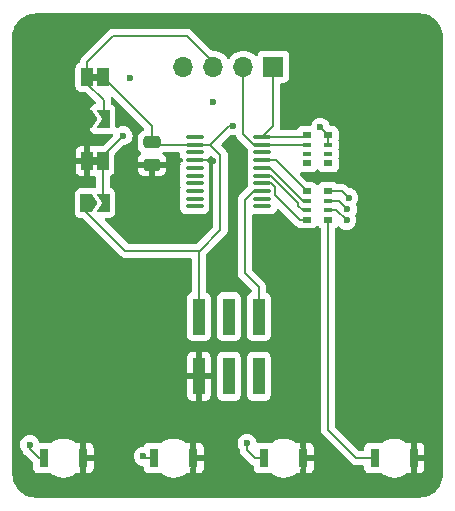
<source format=gbr>
%TF.GenerationSoftware,KiCad,Pcbnew,8.0.0*%
%TF.CreationDate,2024-07-14T16:28:40-05:00*%
%TF.ProjectId,Rick,5269636b-2e6b-4696-9361-645f70636258,rev?*%
%TF.SameCoordinates,Original*%
%TF.FileFunction,Copper,L2,Bot*%
%TF.FilePolarity,Positive*%
%FSLAX46Y46*%
G04 Gerber Fmt 4.6, Leading zero omitted, Abs format (unit mm)*
G04 Created by KiCad (PCBNEW 8.0.0) date 2024-07-14 16:28:40*
%MOMM*%
%LPD*%
G01*
G04 APERTURE LIST*
G04 Aperture macros list*
%AMRoundRect*
0 Rectangle with rounded corners*
0 $1 Rounding radius*
0 $2 $3 $4 $5 $6 $7 $8 $9 X,Y pos of 4 corners*
0 Add a 4 corners polygon primitive as box body*
4,1,4,$2,$3,$4,$5,$6,$7,$8,$9,$2,$3,0*
0 Add four circle primitives for the rounded corners*
1,1,$1+$1,$2,$3*
1,1,$1+$1,$4,$5*
1,1,$1+$1,$6,$7*
1,1,$1+$1,$8,$9*
0 Add four rect primitives between the rounded corners*
20,1,$1+$1,$2,$3,$4,$5,0*
20,1,$1+$1,$4,$5,$6,$7,0*
20,1,$1+$1,$6,$7,$8,$9,0*
20,1,$1+$1,$8,$9,$2,$3,0*%
%AMFreePoly0*
4,1,6,1.000000,0.000000,0.500000,-0.750000,-0.500000,-0.750000,-0.500000,0.750000,0.500000,0.750000,1.000000,0.000000,1.000000,0.000000,$1*%
%AMFreePoly1*
4,1,6,0.500000,-0.750000,-0.650000,-0.750000,-0.150000,0.000000,-0.650000,0.750000,0.500000,0.750000,0.500000,-0.750000,0.500000,-0.750000,$1*%
G04 Aperture macros list end*
%TA.AperFunction,EtchedComponent*%
%ADD10C,0.000000*%
%TD*%
%TA.AperFunction,SMDPad,CuDef*%
%ADD11RoundRect,0.100000X-0.637500X-0.100000X0.637500X-0.100000X0.637500X0.100000X-0.637500X0.100000X0*%
%TD*%
%TA.AperFunction,SMDPad,CuDef*%
%ADD12R,0.800000X0.500000*%
%TD*%
%TA.AperFunction,SMDPad,CuDef*%
%ADD13R,0.800000X0.400000*%
%TD*%
%TA.AperFunction,SMDPad,CuDef*%
%ADD14R,1.000000X1.500000*%
%TD*%
%TA.AperFunction,SMDPad,CuDef*%
%ADD15FreePoly0,0.000000*%
%TD*%
%TA.AperFunction,SMDPad,CuDef*%
%ADD16FreePoly1,0.000000*%
%TD*%
%TA.AperFunction,ComponentPad*%
%ADD17R,1.700000X1.700000*%
%TD*%
%TA.AperFunction,ComponentPad*%
%ADD18O,1.700000X1.700000*%
%TD*%
%TA.AperFunction,SMDPad,CuDef*%
%ADD19R,1.000000X3.150000*%
%TD*%
%TA.AperFunction,SMDPad,CuDef*%
%ADD20R,0.800000X1.600000*%
%TD*%
%TA.AperFunction,SMDPad,CuDef*%
%ADD21RoundRect,0.250000X0.475000X-0.250000X0.475000X0.250000X-0.475000X0.250000X-0.475000X-0.250000X0*%
%TD*%
%TA.AperFunction,ViaPad*%
%ADD22C,0.600000*%
%TD*%
%TA.AperFunction,Conductor*%
%ADD23C,0.200000*%
%TD*%
G04 APERTURE END LIST*
D10*
%TA.AperFunction,EtchedComponent*%
%TO.C,JP4*%
G36*
X159275000Y-68200000D02*
G01*
X158775000Y-68200000D01*
X158775000Y-67600000D01*
X159275000Y-67600000D01*
X159275000Y-68200000D01*
G37*
%TD.AperFunction*%
%TA.AperFunction,EtchedComponent*%
%TO.C,JP2*%
G36*
X159275000Y-75300000D02*
G01*
X158775000Y-75300000D01*
X158775000Y-74700000D01*
X159275000Y-74700000D01*
X159275000Y-75300000D01*
G37*
%TD.AperFunction*%
%TD*%
D11*
%TO.P,U1,1,PD4*%
%TO.N,unconnected-(U1-PD4-Pad1)*%
X167475000Y-78825000D03*
%TO.P,U1,2,PD5*%
%TO.N,unconnected-(U1-PD5-Pad2)*%
X167475000Y-78175000D03*
%TO.P,U1,3,PD6*%
%TO.N,unconnected-(U1-PD6-Pad3)*%
X167475000Y-77525000D03*
%TO.P,U1,4,PD7*%
%TO.N,unconnected-(U1-PD7-Pad4)*%
X167475000Y-76875000D03*
%TO.P,U1,5,PA1*%
%TO.N,unconnected-(U1-PA1-Pad5)*%
X167475000Y-76225000D03*
%TO.P,U1,6,PA2*%
%TO.N,unconnected-(U1-PA2-Pad6)*%
X167475000Y-75575000D03*
%TO.P,U1,7,VSS*%
%TO.N,VSS*%
X167475000Y-74925000D03*
%TO.P,U1,8,PD0*%
%TO.N,unconnected-(U1-PD0-Pad8)*%
X167475000Y-74275000D03*
%TO.P,U1,9,VDD*%
%TO.N,VCC*%
X167475000Y-73625000D03*
%TO.P,U1,10,PC0*%
%TO.N,unconnected-(U1-PC0-Pad10)*%
X167475000Y-72975000D03*
%TO.P,U1,11,PC1*%
%TO.N,SDA*%
X173200000Y-72975000D03*
%TO.P,U1,12,PC2*%
%TO.N,SCL*%
X173200000Y-73625000D03*
%TO.P,U1,13,PC3*%
%TO.N,unconnected-(U1-PC3-Pad13)*%
X173200000Y-74275000D03*
%TO.P,U1,14,PC4*%
%TO.N,A*%
X173200000Y-74925000D03*
%TO.P,U1,15,PC5*%
%TO.N,B*%
X173200000Y-75575000D03*
%TO.P,U1,16,PC6*%
%TO.N,C*%
X173200000Y-76225000D03*
%TO.P,U1,17,PC7*%
%TO.N,D*%
X173200000Y-76875000D03*
%TO.P,U1,18,PD1*%
%TO.N,SWIO*%
X173200000Y-77525000D03*
%TO.P,U1,19,PD2*%
%TO.N,unconnected-(U1-PD2-Pad19)*%
X173200000Y-78175000D03*
%TO.P,U1,20,PD3*%
%TO.N,unconnected-(U1-PD3-Pad20)*%
X173200000Y-78825000D03*
%TD*%
D12*
%TO.P,RN2,1,R1.1*%
%TO.N,VCC*%
X178750000Y-72800000D03*
D13*
%TO.P,RN2,2,R2.1*%
X178750000Y-73600000D03*
%TO.P,RN2,3,R3.1*%
%TO.N,unconnected-(RN2-R3.1-Pad3)*%
X178750000Y-74400000D03*
D12*
%TO.P,RN2,4,R4.1*%
%TO.N,unconnected-(RN2-R4.1-Pad4)*%
X178750000Y-75200000D03*
%TO.P,RN2,5,R4.2*%
%TO.N,unconnected-(RN2-R4.2-Pad5)*%
X176950000Y-75200000D03*
D13*
%TO.P,RN2,6,R3.2*%
%TO.N,unconnected-(RN2-R3.2-Pad6)*%
X176950000Y-74400000D03*
%TO.P,RN2,7,R2.2*%
%TO.N,SCL*%
X176950000Y-73600000D03*
D12*
%TO.P,RN2,8,R1.2*%
%TO.N,SDA*%
X176950000Y-72800000D03*
%TD*%
%TO.P,RN1,1,R1.1*%
%TO.N,D*%
X176950000Y-79950000D03*
D13*
%TO.P,RN1,2,R2.1*%
%TO.N,C*%
X176950000Y-79150000D03*
%TO.P,RN1,3,R3.1*%
%TO.N,B*%
X176950000Y-78350000D03*
D12*
%TO.P,RN1,4,R4.1*%
%TO.N,A*%
X176950000Y-77550000D03*
%TO.P,RN1,5,R4.2*%
%TO.N,Net-(D1-A)*%
X178750000Y-77550000D03*
D13*
%TO.P,RN1,6,R3.2*%
%TO.N,Net-(D2-A)*%
X178750000Y-78350000D03*
%TO.P,RN1,7,R2.2*%
%TO.N,Net-(D3-A)*%
X178750000Y-79150000D03*
D12*
%TO.P,RN1,8,R1.2*%
%TO.N,Net-(D4-A)*%
X178750000Y-79950000D03*
%TD*%
D14*
%TO.P,JP4,1,A*%
%TO.N,Net-(J2-Pin_3)*%
X158375000Y-67900000D03*
%TO.P,JP4,2,B*%
%TO.N,VCC*%
X159675000Y-67900000D03*
%TD*%
D15*
%TO.P,JP3,1,A*%
%TO.N,VSS*%
X158300000Y-71450000D03*
D16*
%TO.P,JP3,2,B*%
%TO.N,Net-(J2-Pin_3)*%
X159750000Y-71450000D03*
%TD*%
D14*
%TO.P,JP2,1,A*%
%TO.N,VSS*%
X158375000Y-75000000D03*
%TO.P,JP2,2,B*%
%TO.N,Net-(J2-Pin_4)*%
X159675000Y-75000000D03*
%TD*%
D15*
%TO.P,JP1,1,A*%
%TO.N,VCC*%
X158300000Y-78550000D03*
D16*
%TO.P,JP1,2,B*%
%TO.N,Net-(J2-Pin_4)*%
X159750000Y-78550000D03*
%TD*%
D17*
%TO.P,J2,1,Pin_1*%
%TO.N,SDA*%
X174130000Y-67000000D03*
D18*
%TO.P,J2,2,Pin_2*%
%TO.N,SCL*%
X171590000Y-67000000D03*
%TO.P,J2,3,Pin_3*%
%TO.N,Net-(J2-Pin_3)*%
X169050000Y-67000000D03*
%TO.P,J2,4,Pin_4*%
%TO.N,Net-(J2-Pin_4)*%
X166510000Y-67000000D03*
%TD*%
D19*
%TO.P,J1,6,Pin_6*%
%TO.N,unconnected-(J1-Pin_6-Pad6)*%
X172890000Y-93225000D03*
%TO.P,J1,5,Pin_5*%
%TO.N,SWIO*%
X172890000Y-88175000D03*
%TO.P,J1,4,Pin_4*%
%TO.N,unconnected-(J1-Pin_4-Pad4)*%
X170350000Y-93225000D03*
%TO.P,J1,3,Pin_3*%
%TO.N,unconnected-(J1-Pin_3-Pad3)*%
X170350000Y-88175000D03*
%TO.P,J1,2,Pin_2*%
%TO.N,VSS*%
X167810000Y-93225000D03*
%TO.P,J1,1,Pin_1*%
%TO.N,VCC*%
X167810000Y-88175000D03*
%TD*%
D20*
%TO.P,D4,1,K*%
%TO.N,VSS*%
X186000000Y-100150000D03*
%TO.P,D4,2,A*%
%TO.N,Net-(D4-A)*%
X182700000Y-100150000D03*
%TD*%
%TO.P,D3,1,K*%
%TO.N,VSS*%
X176666666Y-100150000D03*
%TO.P,D3,2,A*%
%TO.N,Net-(D3-A)*%
X173366666Y-100150000D03*
%TD*%
%TO.P,D2,1,K*%
%TO.N,VSS*%
X167333333Y-100150000D03*
%TO.P,D2,2,A*%
%TO.N,Net-(D2-A)*%
X164033333Y-100150000D03*
%TD*%
%TO.P,D1,1,K*%
%TO.N,VSS*%
X158000000Y-100150000D03*
%TO.P,D1,2,A*%
%TO.N,Net-(D1-A)*%
X154700000Y-100150000D03*
%TD*%
D21*
%TO.P,C1,1*%
%TO.N,VSS*%
X163850000Y-75300000D03*
%TO.P,C1,2*%
%TO.N,VCC*%
X163850000Y-73400000D03*
%TD*%
D22*
%TO.N,VSS*%
X169000000Y-75000000D03*
%TO.N,*%
X169000000Y-70000000D03*
X162000000Y-68000000D03*
%TO.N,VSS*%
X155000000Y-66000000D03*
X154000000Y-75000000D03*
X157000000Y-85000000D03*
X160000000Y-94000000D03*
X164000000Y-94000000D03*
X170000000Y-84000000D03*
X171000000Y-76000000D03*
X174000000Y-81000000D03*
X181000000Y-65000000D03*
X170000000Y-64000000D03*
X163000000Y-79000000D03*
%TO.N,Net-(D3-A)*%
X180324265Y-80024265D03*
X171900000Y-98900000D03*
%TO.N,Net-(D2-A)*%
X180400000Y-79100000D03*
X163100000Y-100000000D03*
%TO.N,Net-(D1-A)*%
X153500000Y-99000000D03*
X180500000Y-78100000D03*
%TO.N,Net-(J2-Pin_4)*%
X161400000Y-72850000D03*
%TO.N,VCC*%
X170700000Y-72000000D03*
X178100000Y-72150000D03*
%TD*%
D23*
%TO.N,VSS*%
X168925000Y-74925000D02*
X169000000Y-75000000D01*
X167475000Y-74925000D02*
X168925000Y-74925000D01*
%TO.N,Net-(J2-Pin_3)*%
X158375000Y-67900000D02*
X158375000Y-66575000D01*
X158375000Y-66575000D02*
X160550000Y-64400000D01*
X160550000Y-64400000D02*
X166800000Y-64400000D01*
X166800000Y-64400000D02*
X169050000Y-66650000D01*
X169050000Y-66650000D02*
X169050000Y-67000000D01*
%TO.N,Net-(D4-A)*%
X178750000Y-79950000D02*
X178750000Y-97750000D01*
X178750000Y-97750000D02*
X181150000Y-100150000D01*
X181150000Y-100150000D02*
X182600000Y-100150000D01*
%TO.N,Net-(D3-A)*%
X171900000Y-98900000D02*
X171900000Y-99500000D01*
X179450000Y-79150000D02*
X180324265Y-80024265D01*
X178750000Y-79150000D02*
X179450000Y-79150000D01*
X171900000Y-99500000D02*
X172550000Y-100150000D01*
X172550000Y-100150000D02*
X173266666Y-100150000D01*
%TO.N,Net-(D2-A)*%
X163100000Y-100000000D02*
X163250000Y-100150000D01*
X178750000Y-78350000D02*
X179650000Y-78350000D01*
X179650000Y-78350000D02*
X180400000Y-79100000D01*
X163250000Y-100150000D02*
X163933333Y-100150000D01*
%TO.N,Net-(D1-A)*%
X153500000Y-99000000D02*
X153500000Y-99400000D01*
X153500000Y-99400000D02*
X154250000Y-100150000D01*
X154250000Y-100150000D02*
X154600000Y-100150000D01*
X179950000Y-77550000D02*
X180500000Y-78100000D01*
X178750000Y-77550000D02*
X179950000Y-77550000D01*
%TO.N,Net-(J2-Pin_4)*%
X159675000Y-74575000D02*
X161400000Y-72850000D01*
X159675000Y-75000000D02*
X159675000Y-74575000D01*
%TO.N,VCC*%
X167810000Y-82690000D02*
X167900000Y-82600000D01*
X167900000Y-82600000D02*
X169650000Y-80850000D01*
X158300000Y-78550000D02*
X158300000Y-79305000D01*
X158300000Y-79305000D02*
X161595000Y-82600000D01*
X161595000Y-82600000D02*
X167900000Y-82600000D01*
%TO.N,Net-(J2-Pin_4)*%
X159675000Y-75000000D02*
X159675000Y-78475000D01*
X159675000Y-78475000D02*
X159750000Y-78550000D01*
%TO.N,VCC*%
X159675000Y-67900000D02*
X163850000Y-72075000D01*
X163850000Y-72075000D02*
X163850000Y-73400000D01*
%TO.N,Net-(J2-Pin_3)*%
X159750000Y-71450000D02*
X159750000Y-69825000D01*
X159750000Y-69825000D02*
X158375000Y-68450000D01*
X158375000Y-68450000D02*
X158375000Y-67900000D01*
%TO.N,SCL*%
X173200000Y-73625000D02*
X172462501Y-73625000D01*
X171590000Y-72752499D02*
X171590000Y-67000000D01*
X172462501Y-73625000D02*
X171590000Y-72752499D01*
%TO.N,SDA*%
X173200000Y-72975000D02*
X174130000Y-72045000D01*
X174130000Y-72045000D02*
X174130000Y-67000000D01*
%TO.N,VCC*%
X170650000Y-72050000D02*
X170700000Y-72000000D01*
X170400000Y-72050000D02*
X170650000Y-72050000D01*
X178000000Y-72050000D02*
X178100000Y-72150000D01*
X178100000Y-72150000D02*
X178750000Y-72800000D01*
X168875000Y-73725000D02*
X168875000Y-73575000D01*
X168875000Y-73575000D02*
X170400000Y-72050000D01*
X178750000Y-73600000D02*
X178750000Y-72800000D01*
X169650000Y-74500000D02*
X168875000Y-73725000D01*
X168875000Y-73725000D02*
X168775000Y-73625000D01*
X167475000Y-73625000D02*
X164075000Y-73625000D01*
X164075000Y-73625000D02*
X163850000Y-73400000D01*
X167810000Y-88175000D02*
X167810000Y-82690000D01*
X169650000Y-80850000D02*
X169650000Y-74500000D01*
X168775000Y-73625000D02*
X167475000Y-73625000D01*
%TO.N,SWIO*%
X173200000Y-77525000D02*
X172462501Y-77525000D01*
X171700000Y-78287501D02*
X171700000Y-84450000D01*
X172462501Y-77525000D02*
X171700000Y-78287501D01*
X171700000Y-84450000D02*
X172890000Y-85640000D01*
X172890000Y-85640000D02*
X172890000Y-88175000D01*
%TO.N,D*%
X173200000Y-76875000D02*
X173937499Y-76875000D01*
X173937499Y-76875000D02*
X174237500Y-77175001D01*
X174237500Y-77175001D02*
X174237500Y-77837500D01*
X174237500Y-77837500D02*
X176350000Y-79950000D01*
X176350000Y-79950000D02*
X176950000Y-79950000D01*
%TO.N,C*%
X173200000Y-76225000D02*
X173937499Y-76225000D01*
X173937499Y-76225000D02*
X176250000Y-78537501D01*
X176250000Y-78537501D02*
X176250000Y-78800000D01*
X176250000Y-78800000D02*
X176600000Y-79150000D01*
X176600000Y-79150000D02*
X176950000Y-79150000D01*
%TO.N,B*%
X173200000Y-75575000D02*
X173875000Y-75575000D01*
X173875000Y-75575000D02*
X176650000Y-78350000D01*
X176650000Y-78350000D02*
X176950000Y-78350000D01*
%TO.N,A*%
X173200000Y-74925000D02*
X174325000Y-74925000D01*
X174325000Y-74925000D02*
X176950000Y-77550000D01*
%TO.N,SCL*%
X173200000Y-73625000D02*
X176925000Y-73625000D01*
X176925000Y-73625000D02*
X176950000Y-73600000D01*
%TO.N,SDA*%
X173200000Y-72975000D02*
X176775000Y-72975000D01*
X176775000Y-72975000D02*
X176950000Y-72800000D01*
%TD*%
%TA.AperFunction,Conductor*%
%TO.N,VSS*%
G36*
X160540695Y-69618506D02*
G01*
X160560097Y-69634333D01*
X161711133Y-70785368D01*
X163165348Y-72239584D01*
X163198833Y-72300907D01*
X163193849Y-72370599D01*
X163151977Y-72426532D01*
X163116674Y-72444969D01*
X163055666Y-72465186D01*
X163055663Y-72465187D01*
X162906342Y-72557289D01*
X162782289Y-72681342D01*
X162690187Y-72830663D01*
X162690185Y-72830668D01*
X162671265Y-72887765D01*
X162635001Y-72997203D01*
X162635001Y-72997204D01*
X162635000Y-72997204D01*
X162624500Y-73099983D01*
X162624500Y-73700001D01*
X162624501Y-73700019D01*
X162635000Y-73802796D01*
X162635001Y-73802799D01*
X162669692Y-73907488D01*
X162690186Y-73969334D01*
X162782288Y-74118656D01*
X162906344Y-74242712D01*
X162909606Y-74244724D01*
X162909653Y-74244753D01*
X162911445Y-74246746D01*
X162912011Y-74247193D01*
X162911934Y-74247289D01*
X162956379Y-74296699D01*
X162967603Y-74365661D01*
X162939761Y-74429744D01*
X162909665Y-74455826D01*
X162906660Y-74457679D01*
X162906655Y-74457683D01*
X162782684Y-74581654D01*
X162690643Y-74730875D01*
X162690641Y-74730880D01*
X162635494Y-74897302D01*
X162635493Y-74897309D01*
X162625000Y-75000013D01*
X162625000Y-75050000D01*
X165074999Y-75050000D01*
X165074999Y-75000028D01*
X165074998Y-75000013D01*
X165064505Y-74897302D01*
X165009358Y-74730880D01*
X165009356Y-74730875D01*
X164917315Y-74581654D01*
X164793344Y-74457683D01*
X164793341Y-74457681D01*
X164790339Y-74455829D01*
X164788713Y-74454021D01*
X164787677Y-74453202D01*
X164787817Y-74453024D01*
X164743617Y-74403880D01*
X164732397Y-74334917D01*
X164760243Y-74270836D01*
X164790387Y-74244728D01*
X164791680Y-74243930D01*
X164856727Y-74225500D01*
X166113001Y-74225500D01*
X166180040Y-74245185D01*
X166225795Y-74297989D01*
X166237001Y-74349500D01*
X166237001Y-74414363D01*
X166252453Y-74531753D01*
X166252456Y-74531762D01*
X166261337Y-74553203D01*
X166268804Y-74622673D01*
X166261338Y-74648103D01*
X166252943Y-74668370D01*
X166245487Y-74725000D01*
X166288000Y-74725000D01*
X166355039Y-74744685D01*
X166386375Y-74773513D01*
X166395679Y-74785638D01*
X166409218Y-74803282D01*
X166439640Y-74826625D01*
X166480841Y-74883052D01*
X166484996Y-74952798D01*
X166450783Y-75013719D01*
X166439646Y-75023369D01*
X166409218Y-75046718D01*
X166409217Y-75046719D01*
X166409216Y-75046720D01*
X166386375Y-75076487D01*
X166329947Y-75117690D01*
X166288000Y-75125000D01*
X166245490Y-75125000D01*
X166245488Y-75125001D01*
X166252941Y-75181622D01*
X166252945Y-75181634D01*
X166261337Y-75201895D01*
X166268804Y-75271364D01*
X166261338Y-75296794D01*
X166252456Y-75318238D01*
X166252455Y-75318239D01*
X166237000Y-75435638D01*
X166237000Y-75714363D01*
X166252453Y-75831753D01*
X166252457Y-75831765D01*
X166261066Y-75852550D01*
X166268533Y-75922019D01*
X166261066Y-75947450D01*
X166252457Y-75968234D01*
X166252455Y-75968239D01*
X166237000Y-76085638D01*
X166237000Y-76364363D01*
X166252453Y-76481753D01*
X166252457Y-76481765D01*
X166261066Y-76502550D01*
X166268533Y-76572019D01*
X166261066Y-76597450D01*
X166252457Y-76618234D01*
X166252455Y-76618239D01*
X166237000Y-76735638D01*
X166237001Y-77014362D01*
X166252453Y-77131753D01*
X166252457Y-77131765D01*
X166261066Y-77152550D01*
X166268533Y-77222019D01*
X166261066Y-77247450D01*
X166252457Y-77268234D01*
X166252455Y-77268239D01*
X166237000Y-77385638D01*
X166237000Y-77664363D01*
X166252453Y-77781753D01*
X166252457Y-77781765D01*
X166261066Y-77802550D01*
X166268533Y-77872019D01*
X166261066Y-77897450D01*
X166252457Y-77918234D01*
X166252455Y-77918239D01*
X166237000Y-78035638D01*
X166237000Y-78314363D01*
X166252453Y-78431753D01*
X166252457Y-78431765D01*
X166261066Y-78452550D01*
X166268533Y-78522019D01*
X166261066Y-78547450D01*
X166252457Y-78568234D01*
X166252455Y-78568239D01*
X166237000Y-78685638D01*
X166237000Y-78964363D01*
X166252453Y-79081753D01*
X166252456Y-79081762D01*
X166312964Y-79227841D01*
X166409218Y-79353282D01*
X166534659Y-79449536D01*
X166680738Y-79510044D01*
X166798139Y-79525500D01*
X168151860Y-79525499D01*
X168151863Y-79525499D01*
X168269253Y-79510046D01*
X168269257Y-79510044D01*
X168269262Y-79510044D01*
X168415341Y-79449536D01*
X168540782Y-79353282D01*
X168637036Y-79227841D01*
X168697544Y-79081762D01*
X168713000Y-78964361D01*
X168712999Y-78685640D01*
X168697544Y-78568238D01*
X168697542Y-78568234D01*
X168688935Y-78547455D01*
X168681465Y-78477986D01*
X168688935Y-78452545D01*
X168690187Y-78449522D01*
X168697544Y-78431762D01*
X168713000Y-78314361D01*
X168712999Y-78035640D01*
X168697544Y-77918238D01*
X168697542Y-77918234D01*
X168688935Y-77897455D01*
X168681465Y-77827986D01*
X168688935Y-77802545D01*
X168689990Y-77799999D01*
X168697544Y-77781762D01*
X168713000Y-77664361D01*
X168712999Y-77385640D01*
X168711565Y-77374750D01*
X168707015Y-77340182D01*
X168697544Y-77268238D01*
X168697542Y-77268234D01*
X168688935Y-77247455D01*
X168681465Y-77177986D01*
X168688935Y-77152545D01*
X168689036Y-77152301D01*
X168697544Y-77131762D01*
X168713000Y-77014361D01*
X168712999Y-76735640D01*
X168697544Y-76618238D01*
X168697542Y-76618234D01*
X168688935Y-76597455D01*
X168681465Y-76527986D01*
X168688935Y-76502545D01*
X168697544Y-76481762D01*
X168713000Y-76364361D01*
X168712999Y-76085640D01*
X168697544Y-75968238D01*
X168697542Y-75968234D01*
X168688935Y-75947455D01*
X168681465Y-75877986D01*
X168688935Y-75852545D01*
X168697544Y-75831762D01*
X168713000Y-75714361D01*
X168712999Y-75435640D01*
X168712999Y-75435638D01*
X168712999Y-75435636D01*
X168697546Y-75318246D01*
X168697544Y-75318239D01*
X168697544Y-75318238D01*
X168688662Y-75296797D01*
X168681194Y-75227328D01*
X168688664Y-75201890D01*
X168697055Y-75181632D01*
X168697055Y-75181630D01*
X168704512Y-75125000D01*
X168662000Y-75125000D01*
X168594961Y-75105315D01*
X168563625Y-75076487D01*
X168540783Y-75046719D01*
X168540782Y-75046718D01*
X168510360Y-75023374D01*
X168469158Y-74966949D01*
X168465003Y-74897203D01*
X168499214Y-74836282D01*
X168510351Y-74826631D01*
X168540782Y-74803282D01*
X168554321Y-74785638D01*
X168563625Y-74773513D01*
X168620053Y-74732310D01*
X168662000Y-74725000D01*
X168704510Y-74725000D01*
X168704511Y-74724998D01*
X168703485Y-74717205D01*
X168714251Y-74648170D01*
X168760632Y-74595915D01*
X168827901Y-74577030D01*
X168894701Y-74597511D01*
X168914105Y-74613340D01*
X169013181Y-74712416D01*
X169046666Y-74773739D01*
X169049500Y-74800097D01*
X169049500Y-80549902D01*
X169029815Y-80616941D01*
X169013181Y-80637583D01*
X167687584Y-81963181D01*
X167626261Y-81996666D01*
X167599903Y-81999500D01*
X161895098Y-81999500D01*
X161828059Y-81979815D01*
X161807417Y-81963181D01*
X160926020Y-81081784D01*
X159861415Y-80017180D01*
X159827931Y-79955858D01*
X159832915Y-79886166D01*
X159874787Y-79830233D01*
X159940251Y-79805816D01*
X159949097Y-79805500D01*
X160250000Y-79805500D01*
X160321940Y-79800355D01*
X160459992Y-79759819D01*
X160581032Y-79682031D01*
X160675254Y-79573294D01*
X160728143Y-79457483D01*
X160735023Y-79442419D01*
X160735024Y-79442414D01*
X160740760Y-79402518D01*
X160755500Y-79300000D01*
X160755500Y-77800000D01*
X160750355Y-77728060D01*
X160709819Y-77590008D01*
X160669133Y-77526700D01*
X160632032Y-77468969D01*
X160632028Y-77468965D01*
X160523299Y-77374750D01*
X160523297Y-77374748D01*
X160523294Y-77374746D01*
X160522123Y-77374211D01*
X160392419Y-77314976D01*
X160392415Y-77314975D01*
X160381852Y-77313457D01*
X160318296Y-77284431D01*
X160280523Y-77225653D01*
X160275500Y-77190719D01*
X160275500Y-76332790D01*
X160295185Y-76265751D01*
X160347989Y-76219996D01*
X160356146Y-76216616D01*
X160417331Y-76193796D01*
X160532546Y-76107546D01*
X160618796Y-75992331D01*
X160669091Y-75857483D01*
X160675500Y-75797873D01*
X160675500Y-75550000D01*
X162625001Y-75550000D01*
X162625001Y-75599986D01*
X162635494Y-75702697D01*
X162690641Y-75869119D01*
X162690643Y-75869124D01*
X162782684Y-76018345D01*
X162906654Y-76142315D01*
X163055875Y-76234356D01*
X163055880Y-76234358D01*
X163222302Y-76289505D01*
X163222309Y-76289506D01*
X163325019Y-76299999D01*
X163599999Y-76299999D01*
X163600000Y-76299998D01*
X163600000Y-75550000D01*
X164100000Y-75550000D01*
X164100000Y-76299999D01*
X164374972Y-76299999D01*
X164374986Y-76299998D01*
X164477697Y-76289505D01*
X164644119Y-76234358D01*
X164644124Y-76234356D01*
X164793345Y-76142315D01*
X164917315Y-76018345D01*
X165009356Y-75869124D01*
X165009358Y-75869119D01*
X165064505Y-75702697D01*
X165064506Y-75702690D01*
X165074999Y-75599986D01*
X165075000Y-75599973D01*
X165075000Y-75550000D01*
X164100000Y-75550000D01*
X163600000Y-75550000D01*
X162625001Y-75550000D01*
X160675500Y-75550000D01*
X160675499Y-74475095D01*
X160695184Y-74408057D01*
X160711813Y-74387420D01*
X161418535Y-73680698D01*
X161479856Y-73647215D01*
X161492311Y-73645163D01*
X161579255Y-73635368D01*
X161749522Y-73575789D01*
X161902262Y-73479816D01*
X162029816Y-73352262D01*
X162125789Y-73199522D01*
X162185368Y-73029255D01*
X162185904Y-73024499D01*
X162205565Y-72850003D01*
X162205565Y-72849996D01*
X162185369Y-72670750D01*
X162185368Y-72670745D01*
X162169448Y-72625249D01*
X162125789Y-72500478D01*
X162029816Y-72347738D01*
X161902262Y-72220184D01*
X161884765Y-72209190D01*
X161749523Y-72124211D01*
X161579254Y-72064631D01*
X161579249Y-72064630D01*
X161400004Y-72044435D01*
X161399996Y-72044435D01*
X161220750Y-72064630D01*
X161220745Y-72064631D01*
X161050476Y-72124211D01*
X160945472Y-72190190D01*
X160878235Y-72209190D01*
X160811400Y-72188822D01*
X160766186Y-72135554D01*
X160755500Y-72085196D01*
X160755500Y-70700000D01*
X160750355Y-70628060D01*
X160709819Y-70490008D01*
X160632031Y-70368968D01*
X160609590Y-70349523D01*
X160523299Y-70274750D01*
X160523297Y-70274748D01*
X160523294Y-70274746D01*
X160523291Y-70274745D01*
X160523289Y-70274743D01*
X160422988Y-70228937D01*
X160370184Y-70183182D01*
X160350500Y-70116143D01*
X160350500Y-69914060D01*
X160350501Y-69914047D01*
X160350501Y-69745944D01*
X160349482Y-69738205D01*
X160360247Y-69669170D01*
X160406626Y-69616913D01*
X160473894Y-69598027D01*
X160540695Y-69618506D01*
G37*
%TD.AperFunction*%
%TA.AperFunction,Conductor*%
G36*
X186504043Y-62500765D02*
G01*
X186752895Y-62517075D01*
X186768953Y-62519190D01*
X186976105Y-62560395D01*
X187009535Y-62567045D01*
X187025202Y-62571243D01*
X187194947Y-62628863D01*
X187257481Y-62650091D01*
X187272458Y-62656294D01*
X187481799Y-62759529D01*
X187492460Y-62764787D01*
X187506508Y-62772897D01*
X187710464Y-62909177D01*
X187723328Y-62919048D01*
X187907749Y-63080781D01*
X187919218Y-63092250D01*
X188080951Y-63276671D01*
X188090825Y-63289539D01*
X188227102Y-63493492D01*
X188235212Y-63507539D01*
X188343702Y-63727534D01*
X188349909Y-63742520D01*
X188428756Y-63974797D01*
X188432954Y-63990464D01*
X188480807Y-64231035D01*
X188482925Y-64247116D01*
X188499235Y-64495956D01*
X188499500Y-64504066D01*
X188499500Y-101495933D01*
X188499235Y-101504043D01*
X188482925Y-101752883D01*
X188480807Y-101768964D01*
X188432954Y-102009535D01*
X188428756Y-102025202D01*
X188349909Y-102257479D01*
X188343702Y-102272465D01*
X188235212Y-102492460D01*
X188227102Y-102506507D01*
X188090825Y-102710460D01*
X188080951Y-102723328D01*
X187919218Y-102907749D01*
X187907749Y-102919218D01*
X187723328Y-103080951D01*
X187710460Y-103090825D01*
X187506507Y-103227102D01*
X187492460Y-103235212D01*
X187272465Y-103343702D01*
X187257479Y-103349909D01*
X187025202Y-103428756D01*
X187009535Y-103432954D01*
X186768964Y-103480807D01*
X186752883Y-103482925D01*
X186504043Y-103499235D01*
X186495933Y-103499500D01*
X154105728Y-103499500D01*
X154105712Y-103499499D01*
X154036290Y-103499499D01*
X154028182Y-103499234D01*
X153779347Y-103482928D01*
X153763265Y-103480811D01*
X153522682Y-103432959D01*
X153507015Y-103428761D01*
X153274740Y-103349917D01*
X153259755Y-103343710D01*
X153039754Y-103235221D01*
X153025706Y-103227110D01*
X152821750Y-103090832D01*
X152808882Y-103080959D01*
X152624459Y-102919227D01*
X152612989Y-102907757D01*
X152451255Y-102723337D01*
X152441381Y-102710469D01*
X152305103Y-102506517D01*
X152296993Y-102492470D01*
X152188498Y-102272467D01*
X152182291Y-102257482D01*
X152182290Y-102257479D01*
X152103440Y-102025196D01*
X152099248Y-102009551D01*
X152051390Y-101768953D01*
X152049275Y-101752898D01*
X152032997Y-101504537D01*
X152032733Y-101496457D01*
X152032733Y-101426564D01*
X152032667Y-101425588D01*
X152030554Y-99000003D01*
X152694435Y-99000003D01*
X152714630Y-99179249D01*
X152714631Y-99179254D01*
X152774211Y-99349523D01*
X152870184Y-99502262D01*
X152895228Y-99527306D01*
X152927321Y-99582892D01*
X152940421Y-99631782D01*
X152940422Y-99631783D01*
X152969358Y-99681900D01*
X152969359Y-99681904D01*
X152969360Y-99681904D01*
X153019479Y-99768714D01*
X153019481Y-99768717D01*
X153138349Y-99887585D01*
X153138355Y-99887590D01*
X153763181Y-100512416D01*
X153796666Y-100573739D01*
X153799500Y-100600097D01*
X153799500Y-100997870D01*
X153799501Y-100997876D01*
X153805908Y-101057483D01*
X153856202Y-101192328D01*
X153856206Y-101192335D01*
X153942452Y-101307544D01*
X153942455Y-101307547D01*
X154057664Y-101393793D01*
X154057671Y-101393797D01*
X154192517Y-101444091D01*
X154192516Y-101444091D01*
X154199444Y-101444835D01*
X154252127Y-101450500D01*
X155147872Y-101450499D01*
X155207483Y-101444091D01*
X155208805Y-101443598D01*
X155221555Y-101438843D01*
X155291247Y-101433858D01*
X155337774Y-101454705D01*
X155484949Y-101561634D01*
X155594312Y-101617357D01*
X155716423Y-101679577D01*
X155716425Y-101679577D01*
X155716428Y-101679579D01*
X155963507Y-101759860D01*
X156095706Y-101780797D01*
X156220098Y-101800500D01*
X156220103Y-101800500D01*
X156479902Y-101800500D01*
X156593298Y-101782539D01*
X156736493Y-101759860D01*
X156983572Y-101679579D01*
X157215051Y-101561634D01*
X157362710Y-101454352D01*
X157428515Y-101430874D01*
X157478927Y-101438490D01*
X157492622Y-101443597D01*
X157552155Y-101449999D01*
X157552172Y-101450000D01*
X157750000Y-101450000D01*
X157750000Y-101067655D01*
X157763515Y-101011360D01*
X157879577Y-100783576D01*
X157879577Y-100783575D01*
X157879579Y-100783572D01*
X157959860Y-100536493D01*
X157981478Y-100400000D01*
X158250000Y-100400000D01*
X158250000Y-101450000D01*
X158447828Y-101450000D01*
X158447844Y-101449999D01*
X158507372Y-101443598D01*
X158507379Y-101443596D01*
X158642086Y-101393354D01*
X158642093Y-101393350D01*
X158757187Y-101307190D01*
X158757190Y-101307187D01*
X158843350Y-101192093D01*
X158843354Y-101192086D01*
X158893596Y-101057379D01*
X158893598Y-101057372D01*
X158899999Y-100997844D01*
X158900000Y-100997827D01*
X158900000Y-100400000D01*
X158250000Y-100400000D01*
X157981478Y-100400000D01*
X157989473Y-100349522D01*
X158000500Y-100279902D01*
X158000500Y-100020097D01*
X157997317Y-100000003D01*
X162294435Y-100000003D01*
X162314630Y-100179249D01*
X162314631Y-100179254D01*
X162374211Y-100349523D01*
X162405928Y-100400000D01*
X162470184Y-100502262D01*
X162597738Y-100629816D01*
X162688080Y-100686582D01*
X162724673Y-100709575D01*
X162750478Y-100725789D01*
X162915612Y-100783572D01*
X162920745Y-100785368D01*
X162920750Y-100785369D01*
X162996279Y-100793878D01*
X163022715Y-100796857D01*
X163087130Y-100823923D01*
X163126685Y-100881517D01*
X163132833Y-100920075D01*
X163132833Y-100997869D01*
X163132834Y-100997876D01*
X163139241Y-101057483D01*
X163189535Y-101192328D01*
X163189539Y-101192335D01*
X163275785Y-101307544D01*
X163275788Y-101307547D01*
X163390997Y-101393793D01*
X163391004Y-101393797D01*
X163525850Y-101444091D01*
X163525849Y-101444091D01*
X163532777Y-101444835D01*
X163585460Y-101450500D01*
X164481205Y-101450499D01*
X164540816Y-101444091D01*
X164542138Y-101443598D01*
X164554888Y-101438843D01*
X164624580Y-101433858D01*
X164671107Y-101454705D01*
X164818282Y-101561634D01*
X164927645Y-101617357D01*
X165049756Y-101679577D01*
X165049758Y-101679577D01*
X165049761Y-101679579D01*
X165296840Y-101759860D01*
X165429039Y-101780797D01*
X165553431Y-101800500D01*
X165553436Y-101800500D01*
X165813235Y-101800500D01*
X165926631Y-101782539D01*
X166069826Y-101759860D01*
X166316905Y-101679579D01*
X166548384Y-101561634D01*
X166696043Y-101454352D01*
X166761848Y-101430874D01*
X166812260Y-101438490D01*
X166825955Y-101443597D01*
X166885488Y-101449999D01*
X166885505Y-101450000D01*
X167083333Y-101450000D01*
X167083333Y-101067655D01*
X167096848Y-101011360D01*
X167212910Y-100783576D01*
X167212910Y-100783575D01*
X167212912Y-100783572D01*
X167293193Y-100536493D01*
X167314811Y-100400000D01*
X167583333Y-100400000D01*
X167583333Y-101450000D01*
X167781161Y-101450000D01*
X167781177Y-101449999D01*
X167840705Y-101443598D01*
X167840712Y-101443596D01*
X167975419Y-101393354D01*
X167975426Y-101393350D01*
X168090520Y-101307190D01*
X168090523Y-101307187D01*
X168176683Y-101192093D01*
X168176687Y-101192086D01*
X168226929Y-101057379D01*
X168226931Y-101057372D01*
X168233332Y-100997844D01*
X168233333Y-100997827D01*
X168233333Y-100400000D01*
X167583333Y-100400000D01*
X167314811Y-100400000D01*
X167322806Y-100349522D01*
X167333833Y-100279902D01*
X167333833Y-100020097D01*
X167302258Y-99820745D01*
X167293193Y-99763507D01*
X167212912Y-99516428D01*
X167212910Y-99516425D01*
X167212910Y-99516423D01*
X167096848Y-99288640D01*
X167083333Y-99232345D01*
X167083333Y-98850000D01*
X167583333Y-98850000D01*
X167583333Y-99900000D01*
X168233333Y-99900000D01*
X168233333Y-99302172D01*
X168233332Y-99302155D01*
X168226931Y-99242627D01*
X168226929Y-99242620D01*
X168176687Y-99107913D01*
X168176683Y-99107906D01*
X168090523Y-98992812D01*
X168090520Y-98992809D01*
X167975426Y-98906649D01*
X167975419Y-98906645D01*
X167957611Y-98900003D01*
X171094435Y-98900003D01*
X171114630Y-99079249D01*
X171114631Y-99079254D01*
X171174211Y-99249523D01*
X171270182Y-99402259D01*
X171272441Y-99405091D01*
X171273330Y-99407268D01*
X171273889Y-99408158D01*
X171273733Y-99408255D01*
X171298854Y-99469776D01*
X171299499Y-99482410D01*
X171299499Y-99579054D01*
X171299498Y-99579054D01*
X171340423Y-99731785D01*
X171369000Y-99781280D01*
X171369001Y-99781284D01*
X171369002Y-99781284D01*
X171419479Y-99868714D01*
X171419481Y-99868717D01*
X171538349Y-99987585D01*
X171538355Y-99987590D01*
X172065139Y-100514374D01*
X172065149Y-100514385D01*
X172069479Y-100518715D01*
X172069480Y-100518716D01*
X172181284Y-100630520D01*
X172268095Y-100680639D01*
X172268097Y-100680641D01*
X172306151Y-100702611D01*
X172318215Y-100709577D01*
X172374261Y-100724594D01*
X172433920Y-100760959D01*
X172464449Y-100823806D01*
X172466166Y-100844368D01*
X172466166Y-100997869D01*
X172466167Y-100997876D01*
X172472574Y-101057483D01*
X172522868Y-101192328D01*
X172522872Y-101192335D01*
X172609118Y-101307544D01*
X172609121Y-101307547D01*
X172724330Y-101393793D01*
X172724337Y-101393797D01*
X172859183Y-101444091D01*
X172859182Y-101444091D01*
X172866110Y-101444835D01*
X172918793Y-101450500D01*
X173814538Y-101450499D01*
X173874149Y-101444091D01*
X173875471Y-101443598D01*
X173888221Y-101438843D01*
X173957913Y-101433858D01*
X174004440Y-101454705D01*
X174151615Y-101561634D01*
X174260978Y-101617357D01*
X174383089Y-101679577D01*
X174383091Y-101679577D01*
X174383094Y-101679579D01*
X174630173Y-101759860D01*
X174762372Y-101780797D01*
X174886764Y-101800500D01*
X174886769Y-101800500D01*
X175146568Y-101800500D01*
X175259964Y-101782539D01*
X175403159Y-101759860D01*
X175650238Y-101679579D01*
X175881717Y-101561634D01*
X176029376Y-101454352D01*
X176095181Y-101430874D01*
X176145593Y-101438490D01*
X176159288Y-101443597D01*
X176218821Y-101449999D01*
X176218838Y-101450000D01*
X176416666Y-101450000D01*
X176416666Y-101067655D01*
X176430181Y-101011360D01*
X176546243Y-100783576D01*
X176546243Y-100783575D01*
X176546245Y-100783572D01*
X176626526Y-100536493D01*
X176648144Y-100400000D01*
X176916666Y-100400000D01*
X176916666Y-101450000D01*
X177114494Y-101450000D01*
X177114510Y-101449999D01*
X177174038Y-101443598D01*
X177174045Y-101443596D01*
X177308752Y-101393354D01*
X177308759Y-101393350D01*
X177423853Y-101307190D01*
X177423856Y-101307187D01*
X177510016Y-101192093D01*
X177510020Y-101192086D01*
X177560262Y-101057379D01*
X177560264Y-101057372D01*
X177566665Y-100997844D01*
X177566666Y-100997827D01*
X177566666Y-100400000D01*
X176916666Y-100400000D01*
X176648144Y-100400000D01*
X176656139Y-100349522D01*
X176667166Y-100279902D01*
X176667166Y-100020097D01*
X176635591Y-99820745D01*
X176626526Y-99763507D01*
X176546245Y-99516428D01*
X176546243Y-99516425D01*
X176546243Y-99516423D01*
X176430181Y-99288640D01*
X176416666Y-99232345D01*
X176416666Y-98850000D01*
X176916666Y-98850000D01*
X176916666Y-99900000D01*
X177566666Y-99900000D01*
X177566666Y-99302172D01*
X177566665Y-99302155D01*
X177560264Y-99242627D01*
X177560262Y-99242620D01*
X177510020Y-99107913D01*
X177510016Y-99107906D01*
X177423856Y-98992812D01*
X177423853Y-98992809D01*
X177308759Y-98906649D01*
X177308752Y-98906645D01*
X177174045Y-98856403D01*
X177174038Y-98856401D01*
X177114510Y-98850000D01*
X176916666Y-98850000D01*
X176416666Y-98850000D01*
X176218821Y-98850000D01*
X176159293Y-98856401D01*
X176159285Y-98856403D01*
X176145594Y-98861510D01*
X176075902Y-98866494D01*
X176029376Y-98845646D01*
X175881720Y-98738368D01*
X175881719Y-98738367D01*
X175881717Y-98738366D01*
X175809430Y-98701534D01*
X175650242Y-98620422D01*
X175403159Y-98540140D01*
X175146568Y-98499500D01*
X175146563Y-98499500D01*
X174886769Y-98499500D01*
X174886764Y-98499500D01*
X174630172Y-98540140D01*
X174383089Y-98620422D01*
X174151611Y-98738368D01*
X174004440Y-98845293D01*
X173938633Y-98868773D01*
X173888225Y-98861158D01*
X173874150Y-98855909D01*
X173874149Y-98855908D01*
X173814549Y-98849501D01*
X173814547Y-98849500D01*
X173814539Y-98849500D01*
X173814530Y-98849500D01*
X172918795Y-98849500D01*
X172918789Y-98849501D01*
X172859181Y-98855908D01*
X172855763Y-98857184D01*
X172852926Y-98857386D01*
X172851635Y-98857692D01*
X172851585Y-98857482D01*
X172786071Y-98862165D01*
X172724750Y-98828677D01*
X172691268Y-98767353D01*
X172689215Y-98754883D01*
X172685369Y-98720750D01*
X172685368Y-98720745D01*
X172625789Y-98550478D01*
X172529816Y-98397738D01*
X172402262Y-98270184D01*
X172339139Y-98230521D01*
X172249523Y-98174211D01*
X172079254Y-98114631D01*
X172079249Y-98114630D01*
X171900004Y-98094435D01*
X171899996Y-98094435D01*
X171720750Y-98114630D01*
X171720745Y-98114631D01*
X171550476Y-98174211D01*
X171397737Y-98270184D01*
X171270184Y-98397737D01*
X171174211Y-98550476D01*
X171114631Y-98720745D01*
X171114630Y-98720750D01*
X171094435Y-98899996D01*
X171094435Y-98900003D01*
X167957611Y-98900003D01*
X167840712Y-98856403D01*
X167840705Y-98856401D01*
X167781177Y-98850000D01*
X167583333Y-98850000D01*
X167083333Y-98850000D01*
X166885488Y-98850000D01*
X166825960Y-98856401D01*
X166825952Y-98856403D01*
X166812261Y-98861510D01*
X166742569Y-98866494D01*
X166696043Y-98845646D01*
X166548387Y-98738368D01*
X166548386Y-98738367D01*
X166548384Y-98738366D01*
X166476097Y-98701534D01*
X166316909Y-98620422D01*
X166069826Y-98540140D01*
X165813235Y-98499500D01*
X165813230Y-98499500D01*
X165553436Y-98499500D01*
X165553431Y-98499500D01*
X165296839Y-98540140D01*
X165049756Y-98620422D01*
X164818278Y-98738368D01*
X164671107Y-98845293D01*
X164605300Y-98868773D01*
X164554892Y-98861158D01*
X164540817Y-98855909D01*
X164540816Y-98855908D01*
X164481216Y-98849501D01*
X164481214Y-98849500D01*
X164481206Y-98849500D01*
X164481197Y-98849500D01*
X163585462Y-98849500D01*
X163585456Y-98849501D01*
X163525849Y-98855908D01*
X163391004Y-98906202D01*
X163390997Y-98906206D01*
X163275788Y-98992452D01*
X163275785Y-98992455D01*
X163189538Y-99107665D01*
X163189537Y-99107667D01*
X163186297Y-99116355D01*
X163144424Y-99172287D01*
X163084001Y-99196237D01*
X162920749Y-99214630D01*
X162920745Y-99214631D01*
X162750476Y-99274211D01*
X162597737Y-99370184D01*
X162470184Y-99497737D01*
X162374211Y-99650476D01*
X162314631Y-99820745D01*
X162314630Y-99820750D01*
X162294435Y-99999996D01*
X162294435Y-100000003D01*
X157997317Y-100000003D01*
X157968925Y-99820745D01*
X157959860Y-99763507D01*
X157879579Y-99516428D01*
X157879577Y-99516425D01*
X157879577Y-99516423D01*
X157763515Y-99288640D01*
X157750000Y-99232345D01*
X157750000Y-98850000D01*
X158250000Y-98850000D01*
X158250000Y-99900000D01*
X158900000Y-99900000D01*
X158900000Y-99302172D01*
X158899999Y-99302155D01*
X158893598Y-99242627D01*
X158893596Y-99242620D01*
X158843354Y-99107913D01*
X158843350Y-99107906D01*
X158757190Y-98992812D01*
X158757187Y-98992809D01*
X158642093Y-98906649D01*
X158642086Y-98906645D01*
X158507379Y-98856403D01*
X158507372Y-98856401D01*
X158447844Y-98850000D01*
X158250000Y-98850000D01*
X157750000Y-98850000D01*
X157552155Y-98850000D01*
X157492627Y-98856401D01*
X157492619Y-98856403D01*
X157478928Y-98861510D01*
X157409236Y-98866494D01*
X157362710Y-98845646D01*
X157215054Y-98738368D01*
X157215053Y-98738367D01*
X157215051Y-98738366D01*
X157142764Y-98701534D01*
X156983576Y-98620422D01*
X156736493Y-98540140D01*
X156479902Y-98499500D01*
X156479897Y-98499500D01*
X156220103Y-98499500D01*
X156220098Y-98499500D01*
X155963506Y-98540140D01*
X155716423Y-98620422D01*
X155484945Y-98738368D01*
X155337774Y-98845293D01*
X155271967Y-98868773D01*
X155221559Y-98861158D01*
X155207484Y-98855909D01*
X155207483Y-98855908D01*
X155147883Y-98849501D01*
X155147881Y-98849500D01*
X155147873Y-98849500D01*
X155147865Y-98849500D01*
X154383413Y-98849500D01*
X154316374Y-98829815D01*
X154270619Y-98777011D01*
X154266371Y-98766455D01*
X154225788Y-98650476D01*
X154162955Y-98550478D01*
X154129816Y-98497738D01*
X154002262Y-98370184D01*
X153849523Y-98274211D01*
X153679254Y-98214631D01*
X153679249Y-98214630D01*
X153500004Y-98194435D01*
X153499996Y-98194435D01*
X153320750Y-98214630D01*
X153320745Y-98214631D01*
X153150476Y-98274211D01*
X152997737Y-98370184D01*
X152870184Y-98497737D01*
X152774211Y-98650476D01*
X152714631Y-98820745D01*
X152714630Y-98820750D01*
X152694435Y-98999996D01*
X152694435Y-99000003D01*
X152030554Y-99000003D01*
X152025741Y-93475000D01*
X166810000Y-93475000D01*
X166810000Y-94847844D01*
X166816401Y-94907372D01*
X166816403Y-94907379D01*
X166866645Y-95042086D01*
X166866649Y-95042093D01*
X166952809Y-95157187D01*
X166952812Y-95157190D01*
X167067906Y-95243350D01*
X167067913Y-95243354D01*
X167202620Y-95293596D01*
X167202627Y-95293598D01*
X167262155Y-95299999D01*
X167262172Y-95300000D01*
X167560000Y-95300000D01*
X167560000Y-93475000D01*
X168060000Y-93475000D01*
X168060000Y-95300000D01*
X168357828Y-95300000D01*
X168357844Y-95299999D01*
X168417372Y-95293598D01*
X168417379Y-95293596D01*
X168552086Y-95243354D01*
X168552093Y-95243350D01*
X168667187Y-95157190D01*
X168667190Y-95157187D01*
X168753350Y-95042093D01*
X168753354Y-95042086D01*
X168803596Y-94907379D01*
X168803598Y-94907372D01*
X168809996Y-94847870D01*
X169349500Y-94847870D01*
X169349501Y-94847876D01*
X169355908Y-94907483D01*
X169406202Y-95042328D01*
X169406206Y-95042335D01*
X169492452Y-95157544D01*
X169492455Y-95157547D01*
X169607664Y-95243793D01*
X169607671Y-95243797D01*
X169742517Y-95294091D01*
X169742516Y-95294091D01*
X169749444Y-95294835D01*
X169802127Y-95300500D01*
X170897872Y-95300499D01*
X170957483Y-95294091D01*
X171092331Y-95243796D01*
X171207546Y-95157546D01*
X171293796Y-95042331D01*
X171344091Y-94907483D01*
X171350500Y-94847873D01*
X171350500Y-94847870D01*
X171889500Y-94847870D01*
X171889501Y-94847876D01*
X171895908Y-94907483D01*
X171946202Y-95042328D01*
X171946206Y-95042335D01*
X172032452Y-95157544D01*
X172032455Y-95157547D01*
X172147664Y-95243793D01*
X172147671Y-95243797D01*
X172282517Y-95294091D01*
X172282516Y-95294091D01*
X172289444Y-95294835D01*
X172342127Y-95300500D01*
X173437872Y-95300499D01*
X173497483Y-95294091D01*
X173632331Y-95243796D01*
X173747546Y-95157546D01*
X173833796Y-95042331D01*
X173884091Y-94907483D01*
X173890500Y-94847873D01*
X173890499Y-91602128D01*
X173884091Y-91542517D01*
X173833884Y-91407906D01*
X173833797Y-91407671D01*
X173833793Y-91407664D01*
X173747547Y-91292455D01*
X173747544Y-91292452D01*
X173632335Y-91206206D01*
X173632328Y-91206202D01*
X173497482Y-91155908D01*
X173497483Y-91155908D01*
X173437883Y-91149501D01*
X173437881Y-91149500D01*
X173437873Y-91149500D01*
X173437864Y-91149500D01*
X172342129Y-91149500D01*
X172342123Y-91149501D01*
X172282516Y-91155908D01*
X172147671Y-91206202D01*
X172147664Y-91206206D01*
X172032455Y-91292452D01*
X172032452Y-91292455D01*
X171946206Y-91407664D01*
X171946202Y-91407671D01*
X171895908Y-91542517D01*
X171889501Y-91602116D01*
X171889501Y-91602123D01*
X171889500Y-91602135D01*
X171889500Y-94847870D01*
X171350500Y-94847870D01*
X171350499Y-91602128D01*
X171344091Y-91542517D01*
X171293884Y-91407906D01*
X171293797Y-91407671D01*
X171293793Y-91407664D01*
X171207547Y-91292455D01*
X171207544Y-91292452D01*
X171092335Y-91206206D01*
X171092328Y-91206202D01*
X170957482Y-91155908D01*
X170957483Y-91155908D01*
X170897883Y-91149501D01*
X170897881Y-91149500D01*
X170897873Y-91149500D01*
X170897864Y-91149500D01*
X169802129Y-91149500D01*
X169802123Y-91149501D01*
X169742516Y-91155908D01*
X169607671Y-91206202D01*
X169607664Y-91206206D01*
X169492455Y-91292452D01*
X169492452Y-91292455D01*
X169406206Y-91407664D01*
X169406202Y-91407671D01*
X169355908Y-91542517D01*
X169349501Y-91602116D01*
X169349501Y-91602123D01*
X169349500Y-91602135D01*
X169349500Y-94847870D01*
X168809996Y-94847870D01*
X168809999Y-94847844D01*
X168810000Y-94847827D01*
X168810000Y-93475000D01*
X168060000Y-93475000D01*
X167560000Y-93475000D01*
X166810000Y-93475000D01*
X152025741Y-93475000D01*
X152025305Y-92975000D01*
X166810000Y-92975000D01*
X167560000Y-92975000D01*
X167560000Y-91150000D01*
X168060000Y-91150000D01*
X168060000Y-92975000D01*
X168810000Y-92975000D01*
X168810000Y-91602172D01*
X168809999Y-91602155D01*
X168803598Y-91542627D01*
X168803596Y-91542620D01*
X168753354Y-91407913D01*
X168753350Y-91407906D01*
X168667190Y-91292812D01*
X168667187Y-91292809D01*
X168552093Y-91206649D01*
X168552086Y-91206645D01*
X168417379Y-91156403D01*
X168417372Y-91156401D01*
X168357844Y-91150000D01*
X168060000Y-91150000D01*
X167560000Y-91150000D01*
X167262155Y-91150000D01*
X167202627Y-91156401D01*
X167202620Y-91156403D01*
X167067913Y-91206645D01*
X167067906Y-91206649D01*
X166952812Y-91292809D01*
X166952809Y-91292812D01*
X166866649Y-91407906D01*
X166866645Y-91407913D01*
X166816403Y-91542620D01*
X166816401Y-91542627D01*
X166810000Y-91602155D01*
X166810000Y-92975000D01*
X152025305Y-92975000D01*
X152013392Y-79300002D01*
X157294500Y-79300002D01*
X157299644Y-79371940D01*
X157340182Y-79509994D01*
X157417967Y-79631030D01*
X157417971Y-79631034D01*
X157526700Y-79725249D01*
X157526706Y-79725254D01*
X157567174Y-79743735D01*
X157657580Y-79785023D01*
X157657583Y-79785023D01*
X157657584Y-79785024D01*
X157800000Y-79805500D01*
X157899903Y-79805500D01*
X157966942Y-79825185D01*
X157987583Y-79841818D01*
X161226284Y-83080520D01*
X161226286Y-83080521D01*
X161226290Y-83080524D01*
X161363209Y-83159573D01*
X161363216Y-83159577D01*
X161515943Y-83200501D01*
X161515945Y-83200501D01*
X161681654Y-83200501D01*
X161681670Y-83200500D01*
X167085500Y-83200500D01*
X167152539Y-83220185D01*
X167198294Y-83272989D01*
X167209500Y-83324500D01*
X167209500Y-86017209D01*
X167189815Y-86084248D01*
X167137011Y-86130003D01*
X167128833Y-86133391D01*
X167067671Y-86156202D01*
X167067664Y-86156206D01*
X166952455Y-86242452D01*
X166952452Y-86242455D01*
X166866206Y-86357664D01*
X166866202Y-86357671D01*
X166815908Y-86492517D01*
X166809501Y-86552116D01*
X166809501Y-86552123D01*
X166809500Y-86552135D01*
X166809500Y-89797870D01*
X166809501Y-89797876D01*
X166815908Y-89857483D01*
X166866202Y-89992328D01*
X166866206Y-89992335D01*
X166952452Y-90107544D01*
X166952455Y-90107547D01*
X167067664Y-90193793D01*
X167067671Y-90193797D01*
X167202517Y-90244091D01*
X167202516Y-90244091D01*
X167209444Y-90244835D01*
X167262127Y-90250500D01*
X168357872Y-90250499D01*
X168417483Y-90244091D01*
X168552331Y-90193796D01*
X168667546Y-90107546D01*
X168753796Y-89992331D01*
X168804091Y-89857483D01*
X168810500Y-89797873D01*
X168810500Y-89797870D01*
X169349500Y-89797870D01*
X169349501Y-89797876D01*
X169355908Y-89857483D01*
X169406202Y-89992328D01*
X169406206Y-89992335D01*
X169492452Y-90107544D01*
X169492455Y-90107547D01*
X169607664Y-90193793D01*
X169607671Y-90193797D01*
X169742517Y-90244091D01*
X169742516Y-90244091D01*
X169749444Y-90244835D01*
X169802127Y-90250500D01*
X170897872Y-90250499D01*
X170957483Y-90244091D01*
X171092331Y-90193796D01*
X171207546Y-90107546D01*
X171293796Y-89992331D01*
X171344091Y-89857483D01*
X171350500Y-89797873D01*
X171350499Y-86552128D01*
X171344091Y-86492517D01*
X171293796Y-86357669D01*
X171293795Y-86357668D01*
X171293793Y-86357664D01*
X171207547Y-86242455D01*
X171207544Y-86242452D01*
X171092335Y-86156206D01*
X171092328Y-86156202D01*
X170957482Y-86105908D01*
X170957483Y-86105908D01*
X170897883Y-86099501D01*
X170897881Y-86099500D01*
X170897873Y-86099500D01*
X170897864Y-86099500D01*
X169802129Y-86099500D01*
X169802123Y-86099501D01*
X169742516Y-86105908D01*
X169607671Y-86156202D01*
X169607664Y-86156206D01*
X169492455Y-86242452D01*
X169492452Y-86242455D01*
X169406206Y-86357664D01*
X169406202Y-86357671D01*
X169355908Y-86492517D01*
X169349501Y-86552116D01*
X169349501Y-86552123D01*
X169349500Y-86552135D01*
X169349500Y-89797870D01*
X168810500Y-89797870D01*
X168810499Y-86552128D01*
X168804091Y-86492517D01*
X168753796Y-86357669D01*
X168753795Y-86357668D01*
X168753793Y-86357664D01*
X168667547Y-86242455D01*
X168667544Y-86242452D01*
X168552335Y-86156206D01*
X168552328Y-86156202D01*
X168491167Y-86133391D01*
X168435233Y-86091520D01*
X168410816Y-86026056D01*
X168410500Y-86017209D01*
X168410500Y-82990097D01*
X168430185Y-82923058D01*
X168446819Y-82902416D01*
X170130520Y-81218716D01*
X170209577Y-81081784D01*
X170250501Y-80929057D01*
X170250501Y-80770942D01*
X170250501Y-80763347D01*
X170250500Y-80763329D01*
X170250500Y-74589060D01*
X170250501Y-74589047D01*
X170250501Y-74420944D01*
X170248737Y-74414360D01*
X170209577Y-74268216D01*
X170197495Y-74247289D01*
X170130524Y-74131290D01*
X170130518Y-74131282D01*
X169736916Y-73737680D01*
X169703431Y-73676357D01*
X169708415Y-73606665D01*
X169736916Y-73562318D01*
X170074234Y-73225000D01*
X170472341Y-72826893D01*
X170533660Y-72793411D01*
X170573900Y-72791357D01*
X170638769Y-72798666D01*
X170699998Y-72805565D01*
X170700000Y-72805565D01*
X170700003Y-72805565D01*
X170868215Y-72786612D01*
X170937037Y-72798666D01*
X170988417Y-72846015D01*
X171001872Y-72877735D01*
X171030423Y-72984284D01*
X171053642Y-73024500D01*
X171109479Y-73121213D01*
X171109481Y-73121216D01*
X171228349Y-73240084D01*
X171228355Y-73240089D01*
X171937595Y-73949330D01*
X171971080Y-74010653D01*
X171972853Y-74053195D01*
X171962000Y-74135636D01*
X171962000Y-74414363D01*
X171977453Y-74531753D01*
X171977457Y-74531765D01*
X171986066Y-74552550D01*
X171993533Y-74622019D01*
X171986066Y-74647450D01*
X171977457Y-74668234D01*
X171977455Y-74668239D01*
X171962000Y-74785638D01*
X171962000Y-75064363D01*
X171977453Y-75181753D01*
X171977457Y-75181765D01*
X171986066Y-75202550D01*
X171993533Y-75272019D01*
X171986066Y-75297450D01*
X171977457Y-75318234D01*
X171977455Y-75318239D01*
X171962000Y-75435638D01*
X171962000Y-75714363D01*
X171977453Y-75831753D01*
X171977457Y-75831765D01*
X171986066Y-75852550D01*
X171993533Y-75922019D01*
X171986066Y-75947450D01*
X171977457Y-75968234D01*
X171977455Y-75968239D01*
X171962000Y-76085638D01*
X171962000Y-76364363D01*
X171977453Y-76481753D01*
X171977457Y-76481765D01*
X171986066Y-76502550D01*
X171993533Y-76572019D01*
X171986066Y-76597450D01*
X171977457Y-76618234D01*
X171977455Y-76618239D01*
X171962000Y-76735638D01*
X171962001Y-77014362D01*
X171972853Y-77096805D01*
X171962086Y-77165840D01*
X171937595Y-77200669D01*
X171331286Y-77806979D01*
X171219481Y-77918783D01*
X171219479Y-77918786D01*
X171183398Y-77981282D01*
X171183397Y-77981284D01*
X171140423Y-78055715D01*
X171140423Y-78055716D01*
X171099499Y-78208444D01*
X171099499Y-78208446D01*
X171099499Y-78376547D01*
X171099500Y-78376560D01*
X171099500Y-84363330D01*
X171099499Y-84363348D01*
X171099499Y-84529054D01*
X171099498Y-84529054D01*
X171140423Y-84681785D01*
X171169358Y-84731900D01*
X171169359Y-84731904D01*
X171169360Y-84731904D01*
X171219479Y-84818714D01*
X171219481Y-84818717D01*
X171338349Y-84937585D01*
X171338355Y-84937590D01*
X172253181Y-85852416D01*
X172286666Y-85913739D01*
X172289500Y-85940097D01*
X172289500Y-86017209D01*
X172269815Y-86084248D01*
X172217011Y-86130003D01*
X172208833Y-86133391D01*
X172147671Y-86156202D01*
X172147664Y-86156206D01*
X172032455Y-86242452D01*
X172032452Y-86242455D01*
X171946206Y-86357664D01*
X171946202Y-86357671D01*
X171895908Y-86492517D01*
X171889501Y-86552116D01*
X171889501Y-86552123D01*
X171889500Y-86552135D01*
X171889500Y-89797870D01*
X171889501Y-89797876D01*
X171895908Y-89857483D01*
X171946202Y-89992328D01*
X171946206Y-89992335D01*
X172032452Y-90107544D01*
X172032455Y-90107547D01*
X172147664Y-90193793D01*
X172147671Y-90193797D01*
X172282517Y-90244091D01*
X172282516Y-90244091D01*
X172289444Y-90244835D01*
X172342127Y-90250500D01*
X173437872Y-90250499D01*
X173497483Y-90244091D01*
X173632331Y-90193796D01*
X173747546Y-90107546D01*
X173833796Y-89992331D01*
X173884091Y-89857483D01*
X173890500Y-89797873D01*
X173890499Y-86552128D01*
X173884091Y-86492517D01*
X173833796Y-86357669D01*
X173833795Y-86357668D01*
X173833793Y-86357664D01*
X173747547Y-86242455D01*
X173747544Y-86242452D01*
X173632335Y-86156206D01*
X173632328Y-86156202D01*
X173571167Y-86133391D01*
X173515233Y-86091520D01*
X173490816Y-86026056D01*
X173490500Y-86017209D01*
X173490500Y-85560945D01*
X173490500Y-85560943D01*
X173449577Y-85408216D01*
X173449577Y-85408215D01*
X173449577Y-85408214D01*
X173420639Y-85358095D01*
X173420637Y-85358092D01*
X173370520Y-85271284D01*
X173258716Y-85159480D01*
X173258715Y-85159479D01*
X173254385Y-85155149D01*
X173254374Y-85155139D01*
X172336819Y-84237584D01*
X172303334Y-84176261D01*
X172300500Y-84149903D01*
X172300500Y-79637583D01*
X172320185Y-79570544D01*
X172372989Y-79524789D01*
X172440683Y-79514644D01*
X172523139Y-79525500D01*
X173876860Y-79525499D01*
X173876863Y-79525499D01*
X173994253Y-79510046D01*
X173994257Y-79510044D01*
X173994262Y-79510044D01*
X174140341Y-79449536D01*
X174265782Y-79353282D01*
X174362036Y-79227841D01*
X174413029Y-79104732D01*
X174456868Y-79050330D01*
X174523162Y-79028265D01*
X174590862Y-79045544D01*
X174615270Y-79064505D01*
X175865139Y-80314374D01*
X175865149Y-80314385D01*
X175869479Y-80318715D01*
X175869480Y-80318716D01*
X175981284Y-80430520D01*
X176068095Y-80480639D01*
X176068097Y-80480641D01*
X176118212Y-80509576D01*
X176118214Y-80509576D01*
X176118215Y-80509577D01*
X176124706Y-80511316D01*
X176184367Y-80547680D01*
X176191873Y-80556770D01*
X176192454Y-80557546D01*
X176192455Y-80557547D01*
X176307664Y-80643793D01*
X176307671Y-80643797D01*
X176442517Y-80694091D01*
X176442516Y-80694091D01*
X176449444Y-80694835D01*
X176502127Y-80700500D01*
X177397872Y-80700499D01*
X177457483Y-80694091D01*
X177592331Y-80643796D01*
X177707546Y-80557546D01*
X177750734Y-80499854D01*
X177806667Y-80457984D01*
X177876359Y-80453000D01*
X177937682Y-80486485D01*
X177949263Y-80499850D01*
X177992454Y-80557546D01*
X178099811Y-80637914D01*
X178141682Y-80693847D01*
X178149500Y-80737180D01*
X178149500Y-97663330D01*
X178149499Y-97663348D01*
X178149499Y-97829054D01*
X178149498Y-97829054D01*
X178190423Y-97981785D01*
X178219358Y-98031900D01*
X178219359Y-98031904D01*
X178219360Y-98031904D01*
X178269479Y-98118714D01*
X178269481Y-98118717D01*
X178388349Y-98237585D01*
X178388354Y-98237589D01*
X180781284Y-100630520D01*
X180781286Y-100630521D01*
X180781290Y-100630524D01*
X180918209Y-100709573D01*
X180918212Y-100709575D01*
X180918216Y-100709577D01*
X181070943Y-100750501D01*
X181070945Y-100750501D01*
X181236654Y-100750501D01*
X181236670Y-100750500D01*
X181675501Y-100750500D01*
X181742540Y-100770185D01*
X181788295Y-100822989D01*
X181799501Y-100874500D01*
X181799501Y-100997876D01*
X181805908Y-101057483D01*
X181856202Y-101192328D01*
X181856206Y-101192335D01*
X181942452Y-101307544D01*
X181942455Y-101307547D01*
X182057664Y-101393793D01*
X182057671Y-101393797D01*
X182192517Y-101444091D01*
X182192516Y-101444091D01*
X182199444Y-101444835D01*
X182252127Y-101450500D01*
X183147872Y-101450499D01*
X183207483Y-101444091D01*
X183208805Y-101443598D01*
X183221555Y-101438843D01*
X183291247Y-101433858D01*
X183337774Y-101454705D01*
X183484949Y-101561634D01*
X183594312Y-101617357D01*
X183716423Y-101679577D01*
X183716425Y-101679577D01*
X183716428Y-101679579D01*
X183963507Y-101759860D01*
X184095706Y-101780797D01*
X184220098Y-101800500D01*
X184220103Y-101800500D01*
X184479902Y-101800500D01*
X184593298Y-101782539D01*
X184736493Y-101759860D01*
X184983572Y-101679579D01*
X185215051Y-101561634D01*
X185362710Y-101454352D01*
X185428515Y-101430874D01*
X185478927Y-101438490D01*
X185492622Y-101443597D01*
X185552155Y-101449999D01*
X185552172Y-101450000D01*
X185750000Y-101450000D01*
X185750000Y-101067655D01*
X185763515Y-101011360D01*
X185879577Y-100783576D01*
X185879577Y-100783575D01*
X185879579Y-100783572D01*
X185959860Y-100536493D01*
X185981478Y-100400000D01*
X186250000Y-100400000D01*
X186250000Y-101450000D01*
X186447828Y-101450000D01*
X186447844Y-101449999D01*
X186507372Y-101443598D01*
X186507379Y-101443596D01*
X186642086Y-101393354D01*
X186642093Y-101393350D01*
X186757187Y-101307190D01*
X186757190Y-101307187D01*
X186843350Y-101192093D01*
X186843354Y-101192086D01*
X186893596Y-101057379D01*
X186893598Y-101057372D01*
X186899999Y-100997844D01*
X186900000Y-100997827D01*
X186900000Y-100400000D01*
X186250000Y-100400000D01*
X185981478Y-100400000D01*
X185989473Y-100349522D01*
X186000500Y-100279902D01*
X186000500Y-100020097D01*
X185968925Y-99820745D01*
X185959860Y-99763507D01*
X185879579Y-99516428D01*
X185879577Y-99516425D01*
X185879577Y-99516423D01*
X185763515Y-99288640D01*
X185750000Y-99232345D01*
X185750000Y-98850000D01*
X186250000Y-98850000D01*
X186250000Y-99900000D01*
X186900000Y-99900000D01*
X186900000Y-99302172D01*
X186899999Y-99302155D01*
X186893598Y-99242627D01*
X186893596Y-99242620D01*
X186843354Y-99107913D01*
X186843350Y-99107906D01*
X186757190Y-98992812D01*
X186757187Y-98992809D01*
X186642093Y-98906649D01*
X186642086Y-98906645D01*
X186507379Y-98856403D01*
X186507372Y-98856401D01*
X186447844Y-98850000D01*
X186250000Y-98850000D01*
X185750000Y-98850000D01*
X185552155Y-98850000D01*
X185492627Y-98856401D01*
X185492619Y-98856403D01*
X185478928Y-98861510D01*
X185409236Y-98866494D01*
X185362710Y-98845646D01*
X185215054Y-98738368D01*
X185215053Y-98738367D01*
X185215051Y-98738366D01*
X185142764Y-98701534D01*
X184983576Y-98620422D01*
X184736493Y-98540140D01*
X184479902Y-98499500D01*
X184479897Y-98499500D01*
X184220103Y-98499500D01*
X184220098Y-98499500D01*
X183963506Y-98540140D01*
X183716423Y-98620422D01*
X183484945Y-98738368D01*
X183337774Y-98845293D01*
X183271967Y-98868773D01*
X183221559Y-98861158D01*
X183207484Y-98855909D01*
X183207483Y-98855908D01*
X183147883Y-98849501D01*
X183147881Y-98849500D01*
X183147873Y-98849500D01*
X183147864Y-98849500D01*
X182252129Y-98849500D01*
X182252123Y-98849501D01*
X182192516Y-98855908D01*
X182057671Y-98906202D01*
X182057664Y-98906206D01*
X181942455Y-98992452D01*
X181942452Y-98992455D01*
X181856206Y-99107664D01*
X181856202Y-99107671D01*
X181805908Y-99242517D01*
X181799501Y-99302116D01*
X181799500Y-99302135D01*
X181799500Y-99425500D01*
X181779815Y-99492539D01*
X181727011Y-99538294D01*
X181675500Y-99549500D01*
X181450098Y-99549500D01*
X181383059Y-99529815D01*
X181362417Y-99513181D01*
X179386819Y-97537583D01*
X179353334Y-97476260D01*
X179350500Y-97449902D01*
X179350500Y-80737180D01*
X179370185Y-80670141D01*
X179400187Y-80637914D01*
X179507546Y-80557546D01*
X179515082Y-80547478D01*
X179571015Y-80505607D01*
X179640707Y-80500623D01*
X179702030Y-80534108D01*
X179822003Y-80654081D01*
X179974743Y-80750054D01*
X180145010Y-80809633D01*
X180145015Y-80809634D01*
X180324261Y-80829830D01*
X180324265Y-80829830D01*
X180324269Y-80829830D01*
X180503514Y-80809634D01*
X180503517Y-80809633D01*
X180503520Y-80809633D01*
X180673787Y-80750054D01*
X180826527Y-80654081D01*
X180954081Y-80526527D01*
X181050054Y-80373787D01*
X181109633Y-80203520D01*
X181129830Y-80024265D01*
X181122122Y-79955858D01*
X181109634Y-79845015D01*
X181109631Y-79845002D01*
X181047754Y-79668170D01*
X181049649Y-79667506D01*
X181039893Y-79608291D01*
X181057972Y-79557451D01*
X181125789Y-79449522D01*
X181185368Y-79279255D01*
X181191161Y-79227839D01*
X181205565Y-79100003D01*
X181205565Y-79099996D01*
X181185369Y-78920750D01*
X181185368Y-78920745D01*
X181125789Y-78750478D01*
X181122286Y-78744903D01*
X181103284Y-78677666D01*
X181123650Y-78610831D01*
X181129512Y-78602745D01*
X181129814Y-78602263D01*
X181129816Y-78602262D01*
X181225789Y-78449522D01*
X181285368Y-78279255D01*
X181285369Y-78279249D01*
X181305565Y-78100003D01*
X181305565Y-78099996D01*
X181285369Y-77920750D01*
X181285368Y-77920745D01*
X181245560Y-77806981D01*
X181225789Y-77750478D01*
X181129816Y-77597738D01*
X181002262Y-77470184D01*
X180919166Y-77417971D01*
X180849521Y-77374210D01*
X180701849Y-77322538D01*
X180679255Y-77314632D01*
X180679254Y-77314631D01*
X180679249Y-77314630D01*
X180592330Y-77304837D01*
X180527916Y-77277770D01*
X180518533Y-77269298D01*
X180437590Y-77188355D01*
X180437588Y-77188352D01*
X180318717Y-77069481D01*
X180318716Y-77069480D01*
X180223246Y-77014361D01*
X180223245Y-77014360D01*
X180181783Y-76990422D01*
X180125881Y-76975443D01*
X180029057Y-76949499D01*
X179870943Y-76949499D01*
X179863347Y-76949499D01*
X179863331Y-76949500D01*
X179558231Y-76949500D01*
X179491192Y-76929815D01*
X179483920Y-76924767D01*
X179392331Y-76856204D01*
X179392328Y-76856202D01*
X179257482Y-76805908D01*
X179257483Y-76805908D01*
X179197883Y-76799501D01*
X179197881Y-76799500D01*
X179197873Y-76799500D01*
X179197864Y-76799500D01*
X178302129Y-76799500D01*
X178302123Y-76799501D01*
X178242516Y-76805908D01*
X178107671Y-76856202D01*
X178107664Y-76856206D01*
X177992455Y-76942452D01*
X177949266Y-77000145D01*
X177893332Y-77042015D01*
X177823640Y-77046999D01*
X177762317Y-77013513D01*
X177750734Y-77000145D01*
X177729376Y-76971615D01*
X177707546Y-76942454D01*
X177707544Y-76942453D01*
X177707544Y-76942452D01*
X177592335Y-76856206D01*
X177592328Y-76856202D01*
X177457482Y-76805908D01*
X177457483Y-76805908D01*
X177397883Y-76799501D01*
X177397881Y-76799500D01*
X177397873Y-76799500D01*
X177397865Y-76799500D01*
X177100098Y-76799500D01*
X177033059Y-76779815D01*
X177012417Y-76763181D01*
X176411416Y-76162180D01*
X176377931Y-76100857D01*
X176382915Y-76031165D01*
X176424787Y-75975232D01*
X176490251Y-75950815D01*
X176499097Y-75950499D01*
X176502118Y-75950499D01*
X176502127Y-75950500D01*
X177397872Y-75950499D01*
X177457483Y-75944091D01*
X177592331Y-75893796D01*
X177707546Y-75807546D01*
X177750734Y-75749854D01*
X177806667Y-75707984D01*
X177876359Y-75703000D01*
X177937682Y-75736485D01*
X177949263Y-75749850D01*
X177992454Y-75807546D01*
X178038643Y-75842123D01*
X178107664Y-75893793D01*
X178107671Y-75893797D01*
X178242517Y-75944091D01*
X178242516Y-75944091D01*
X178249444Y-75944835D01*
X178302127Y-75950500D01*
X179197872Y-75950499D01*
X179257483Y-75944091D01*
X179392331Y-75893796D01*
X179507546Y-75807546D01*
X179593796Y-75692331D01*
X179644091Y-75557483D01*
X179650500Y-75497873D01*
X179650499Y-74902128D01*
X179644091Y-74842517D01*
X179635070Y-74818333D01*
X179630085Y-74748644D01*
X179635066Y-74731677D01*
X179644091Y-74707483D01*
X179650500Y-74647873D01*
X179650499Y-74152128D01*
X179644091Y-74092517D01*
X179625747Y-74043334D01*
X179620762Y-73973643D01*
X179625747Y-73956665D01*
X179644089Y-73907488D01*
X179644088Y-73907488D01*
X179644091Y-73907483D01*
X179650500Y-73847873D01*
X179650499Y-73352128D01*
X179644091Y-73292517D01*
X179635070Y-73268333D01*
X179630085Y-73198644D01*
X179635066Y-73181677D01*
X179644091Y-73157483D01*
X179650500Y-73097873D01*
X179650499Y-72502128D01*
X179644091Y-72442517D01*
X179639094Y-72429120D01*
X179593797Y-72307671D01*
X179593793Y-72307664D01*
X179507547Y-72192455D01*
X179507544Y-72192452D01*
X179392335Y-72106206D01*
X179392328Y-72106202D01*
X179257482Y-72055908D01*
X179257483Y-72055908D01*
X179197883Y-72049501D01*
X179197881Y-72049500D01*
X179197873Y-72049500D01*
X179197865Y-72049500D01*
X179000909Y-72049500D01*
X178933870Y-72029815D01*
X178888115Y-71977011D01*
X178883867Y-71966455D01*
X178867471Y-71919598D01*
X178825789Y-71800478D01*
X178729816Y-71647738D01*
X178602262Y-71520184D01*
X178594451Y-71515276D01*
X178449523Y-71424211D01*
X178279254Y-71364631D01*
X178279249Y-71364630D01*
X178100004Y-71344435D01*
X178099996Y-71344435D01*
X177920750Y-71364630D01*
X177920745Y-71364631D01*
X177750476Y-71424211D01*
X177597737Y-71520184D01*
X177470184Y-71647737D01*
X177374210Y-71800478D01*
X177359256Y-71843216D01*
X177316132Y-71966455D01*
X177275412Y-72023230D01*
X177210460Y-72048978D01*
X177199092Y-72049500D01*
X176502129Y-72049500D01*
X176502123Y-72049501D01*
X176442516Y-72055908D01*
X176307671Y-72106202D01*
X176307664Y-72106206D01*
X176192455Y-72192452D01*
X176192452Y-72192455D01*
X176106207Y-72307663D01*
X176104973Y-72309924D01*
X176103150Y-72311746D01*
X176100888Y-72314769D01*
X176100453Y-72314443D01*
X176055569Y-72359331D01*
X175996139Y-72374500D01*
X174824994Y-72374500D01*
X174757955Y-72354815D01*
X174712200Y-72302011D01*
X174702256Y-72232853D01*
X174705215Y-72218420D01*
X174730501Y-72124057D01*
X174730501Y-71965942D01*
X174730501Y-71958347D01*
X174730500Y-71958329D01*
X174730500Y-68474499D01*
X174750185Y-68407460D01*
X174802989Y-68361705D01*
X174854500Y-68350499D01*
X175027871Y-68350499D01*
X175027872Y-68350499D01*
X175087483Y-68344091D01*
X175222331Y-68293796D01*
X175337546Y-68207546D01*
X175423796Y-68092331D01*
X175474091Y-67957483D01*
X175480500Y-67897873D01*
X175480499Y-66102128D01*
X175474091Y-66042517D01*
X175472810Y-66039083D01*
X175423797Y-65907671D01*
X175423793Y-65907664D01*
X175337547Y-65792455D01*
X175337544Y-65792452D01*
X175222335Y-65706206D01*
X175222328Y-65706202D01*
X175087482Y-65655908D01*
X175087483Y-65655908D01*
X175027883Y-65649501D01*
X175027881Y-65649500D01*
X175027873Y-65649500D01*
X175027864Y-65649500D01*
X173232129Y-65649500D01*
X173232123Y-65649501D01*
X173172516Y-65655908D01*
X173037671Y-65706202D01*
X173037664Y-65706206D01*
X172922455Y-65792452D01*
X172922452Y-65792455D01*
X172836206Y-65907664D01*
X172836203Y-65907669D01*
X172787189Y-66039083D01*
X172745317Y-66095016D01*
X172679853Y-66119433D01*
X172611580Y-66104581D01*
X172583326Y-66083430D01*
X172461402Y-65961506D01*
X172461395Y-65961501D01*
X172267834Y-65825967D01*
X172267830Y-65825965D01*
X172267828Y-65825964D01*
X172053663Y-65726097D01*
X172053659Y-65726096D01*
X172053655Y-65726094D01*
X171825413Y-65664938D01*
X171825403Y-65664936D01*
X171590001Y-65644341D01*
X171589999Y-65644341D01*
X171354596Y-65664936D01*
X171354586Y-65664938D01*
X171126344Y-65726094D01*
X171126335Y-65726098D01*
X170912171Y-65825964D01*
X170912169Y-65825965D01*
X170718597Y-65961505D01*
X170551505Y-66128597D01*
X170421575Y-66314158D01*
X170366998Y-66357783D01*
X170297500Y-66364977D01*
X170235145Y-66333454D01*
X170218425Y-66314158D01*
X170088494Y-66128597D01*
X169921402Y-65961506D01*
X169921395Y-65961501D01*
X169727834Y-65825967D01*
X169727830Y-65825965D01*
X169727828Y-65825964D01*
X169513663Y-65726097D01*
X169513659Y-65726096D01*
X169513655Y-65726094D01*
X169285413Y-65664938D01*
X169285403Y-65664936D01*
X169050001Y-65644341D01*
X169049997Y-65644341D01*
X168963761Y-65651885D01*
X168895262Y-65638118D01*
X168865274Y-65616038D01*
X167287590Y-64038355D01*
X167287588Y-64038352D01*
X167168717Y-63919481D01*
X167168716Y-63919480D01*
X167081904Y-63869360D01*
X167081904Y-63869359D01*
X167081900Y-63869358D01*
X167031785Y-63840423D01*
X166879057Y-63799499D01*
X166720943Y-63799499D01*
X166713347Y-63799499D01*
X166713331Y-63799500D01*
X160470940Y-63799500D01*
X160430019Y-63810464D01*
X160430019Y-63810465D01*
X160392751Y-63820451D01*
X160318214Y-63840423D01*
X160318209Y-63840426D01*
X160181290Y-63919475D01*
X160181282Y-63919481D01*
X157894481Y-66206282D01*
X157894480Y-66206284D01*
X157851179Y-66281284D01*
X157832199Y-66314158D01*
X157821059Y-66333454D01*
X157815423Y-66343215D01*
X157774499Y-66495943D01*
X157774499Y-66495945D01*
X157774499Y-66567209D01*
X157754814Y-66634248D01*
X157702010Y-66680003D01*
X157693832Y-66683391D01*
X157632671Y-66706202D01*
X157632664Y-66706206D01*
X157517455Y-66792452D01*
X157517452Y-66792455D01*
X157431206Y-66907664D01*
X157431202Y-66907671D01*
X157380908Y-67042517D01*
X157374501Y-67102116D01*
X157374501Y-67102123D01*
X157374500Y-67102135D01*
X157374500Y-68697870D01*
X157374501Y-68697876D01*
X157380908Y-68757483D01*
X157431202Y-68892328D01*
X157431206Y-68892335D01*
X157517452Y-69007544D01*
X157517455Y-69007547D01*
X157632664Y-69093793D01*
X157632671Y-69093797D01*
X157677618Y-69110561D01*
X157767517Y-69144091D01*
X157827127Y-69150500D01*
X158174902Y-69150499D01*
X158241941Y-69170183D01*
X158262583Y-69186818D01*
X159070582Y-69994817D01*
X159104067Y-70056140D01*
X159099083Y-70125832D01*
X159057211Y-70181765D01*
X159019831Y-70200871D01*
X158882309Y-70243774D01*
X158882308Y-70243775D01*
X158762595Y-70323584D01*
X158670211Y-70433894D01*
X158612651Y-70565754D01*
X158594570Y-70708490D01*
X158617438Y-70850545D01*
X158617439Y-70850548D01*
X158679399Y-70980401D01*
X158946609Y-71381216D01*
X158967417Y-71447915D01*
X158948862Y-71515276D01*
X158946609Y-71518782D01*
X158679399Y-71919598D01*
X158640182Y-71990005D01*
X158640179Y-71990012D01*
X158599645Y-72128058D01*
X158599645Y-72128060D01*
X158599645Y-72271940D01*
X158625305Y-72359331D01*
X158640182Y-72409994D01*
X158717967Y-72531030D01*
X158717971Y-72531034D01*
X158765433Y-72572160D01*
X158826706Y-72625254D01*
X158867174Y-72643735D01*
X158957580Y-72685023D01*
X158957583Y-72685023D01*
X158957584Y-72685024D01*
X159100000Y-72705500D01*
X159100003Y-72705500D01*
X160250000Y-72705500D01*
X160321940Y-72700355D01*
X160391585Y-72679904D01*
X160461452Y-72679904D01*
X160520231Y-72717678D01*
X160549257Y-72781233D01*
X160539314Y-72850392D01*
X160514200Y-72886563D01*
X159687582Y-73713181D01*
X159626259Y-73746666D01*
X159599901Y-73749500D01*
X159127129Y-73749500D01*
X159127123Y-73749501D01*
X159067515Y-73755909D01*
X159059971Y-73757692D01*
X159059675Y-73756439D01*
X158997926Y-73760855D01*
X158984357Y-73756870D01*
X158982372Y-73756401D01*
X158922844Y-73750000D01*
X158625000Y-73750000D01*
X158625000Y-76250000D01*
X158922828Y-76250000D01*
X158922829Y-76249999D01*
X158937238Y-76248450D01*
X159005998Y-76260852D01*
X159057138Y-76308460D01*
X159074500Y-76371739D01*
X159074500Y-77190863D01*
X159054815Y-77257902D01*
X159002011Y-77303657D01*
X158932854Y-77313601D01*
X158800000Y-77294500D01*
X157800000Y-77294500D01*
X157799997Y-77294500D01*
X157728059Y-77299644D01*
X157590005Y-77340182D01*
X157468969Y-77417967D01*
X157468965Y-77417971D01*
X157374750Y-77526700D01*
X157374744Y-77526709D01*
X157314976Y-77657580D01*
X157314975Y-77657585D01*
X157294500Y-77799999D01*
X157294500Y-79300002D01*
X152013392Y-79300002D01*
X152009864Y-75250000D01*
X157375000Y-75250000D01*
X157375000Y-75797844D01*
X157381401Y-75857372D01*
X157381403Y-75857379D01*
X157431645Y-75992086D01*
X157431649Y-75992093D01*
X157517809Y-76107187D01*
X157517812Y-76107190D01*
X157632906Y-76193350D01*
X157632913Y-76193354D01*
X157767620Y-76243596D01*
X157767627Y-76243598D01*
X157827155Y-76249999D01*
X157827172Y-76250000D01*
X158125000Y-76250000D01*
X158125000Y-75250000D01*
X157375000Y-75250000D01*
X152009864Y-75250000D01*
X152009428Y-74750000D01*
X157375000Y-74750000D01*
X158125000Y-74750000D01*
X158125000Y-73750000D01*
X157827155Y-73750000D01*
X157767627Y-73756401D01*
X157767620Y-73756403D01*
X157632913Y-73806645D01*
X157632906Y-73806649D01*
X157517812Y-73892809D01*
X157517809Y-73892812D01*
X157431649Y-74007906D01*
X157431645Y-74007913D01*
X157381403Y-74142620D01*
X157381401Y-74142627D01*
X157375000Y-74202155D01*
X157375000Y-74750000D01*
X152009428Y-74750000D01*
X152000503Y-64504102D01*
X152000767Y-64495919D01*
X152017075Y-64247102D01*
X152019190Y-64231048D01*
X152067045Y-63990462D01*
X152071243Y-63974797D01*
X152127026Y-63810465D01*
X152150093Y-63742512D01*
X152156291Y-63727547D01*
X152264790Y-63507533D01*
X152272893Y-63493498D01*
X152409182Y-63289527D01*
X152419039Y-63276681D01*
X152580786Y-63092244D01*
X152592244Y-63080786D01*
X152776681Y-62919039D01*
X152789527Y-62909182D01*
X152993498Y-62772893D01*
X153007533Y-62764790D01*
X153227547Y-62656291D01*
X153242512Y-62650093D01*
X153406762Y-62594337D01*
X153474797Y-62571243D01*
X153490464Y-62567045D01*
X153731048Y-62519190D01*
X153747102Y-62517075D01*
X153995957Y-62500765D01*
X154004067Y-62500500D01*
X154065892Y-62500500D01*
X186434108Y-62500500D01*
X186495933Y-62500500D01*
X186504043Y-62500765D01*
G37*
%TD.AperFunction*%
%TD*%
M02*

</source>
